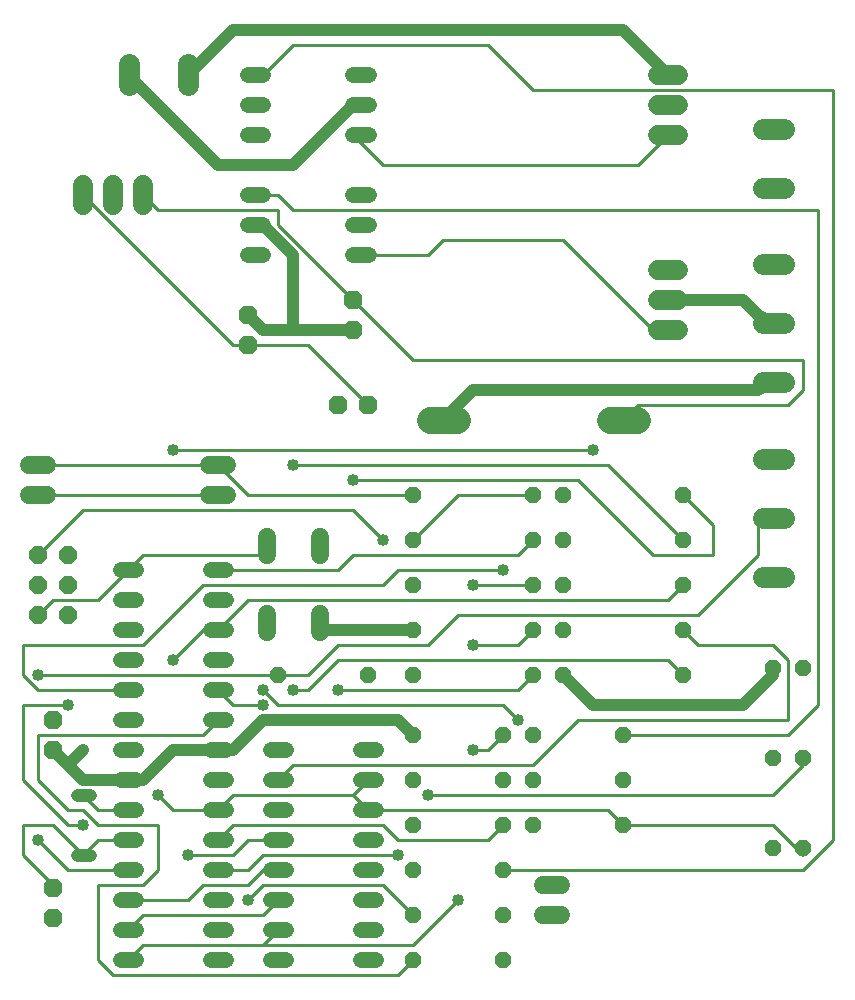
<source format=gbl>
G75*
%MOIN*%
%OFA0B0*%
%FSLAX24Y24*%
%IPPOS*%
%LPD*%
%AMOC8*
5,1,8,0,0,1.08239X$1,22.5*
%
%ADD10OC8,0.0520*%
%ADD11C,0.0440*%
%ADD12OC8,0.0630*%
%ADD13C,0.0660*%
%ADD14C,0.0520*%
%ADD15C,0.0705*%
%ADD16C,0.0600*%
%ADD17OC8,0.0600*%
%ADD18C,0.0885*%
%ADD19C,0.0100*%
%ADD20C,0.0400*%
%ADD21C,0.0394*%
D10*
X009100Y011100D03*
X012100Y011100D03*
X013600Y011100D03*
X013600Y012600D03*
X013600Y014100D03*
X013600Y015600D03*
X013600Y017100D03*
X017600Y017100D03*
X018600Y017100D03*
X018600Y015600D03*
X017600Y015600D03*
X017600Y014100D03*
X018600Y014100D03*
X018600Y012600D03*
X017600Y012600D03*
X017600Y011100D03*
X018600Y011100D03*
X017600Y009100D03*
X016600Y009100D03*
X016600Y007600D03*
X017600Y007600D03*
X017600Y006100D03*
X016600Y006100D03*
X016600Y004600D03*
X016600Y003100D03*
X016600Y001600D03*
X013600Y001600D03*
X013600Y003100D03*
X013600Y004600D03*
X013600Y006100D03*
X013600Y007600D03*
X013600Y009100D03*
X020600Y009100D03*
X020600Y007600D03*
X020600Y006100D03*
X022600Y011100D03*
X022600Y012600D03*
X022600Y014100D03*
X022600Y015600D03*
X022600Y017100D03*
X025600Y011313D03*
X026600Y011313D03*
X026600Y008313D03*
X025600Y008313D03*
X025600Y005313D03*
X026600Y005313D03*
D11*
X002820Y005100D02*
X002380Y005100D01*
X002380Y007100D02*
X002820Y007100D01*
D12*
X001600Y002994D03*
X001600Y003994D03*
X001600Y008600D03*
X001600Y009600D03*
X011100Y020100D03*
X012100Y020100D03*
X011600Y022600D03*
X011600Y023600D03*
X008100Y023100D03*
X008100Y022100D03*
D13*
X004600Y026770D02*
X004600Y027430D01*
X003600Y027430D02*
X003600Y026770D01*
X002600Y026770D02*
X002600Y027430D01*
X021770Y029100D02*
X022430Y029100D01*
X022430Y030100D02*
X021770Y030100D01*
X021770Y031100D02*
X022430Y031100D01*
X022430Y024600D02*
X021770Y024600D01*
X021770Y023600D02*
X022430Y023600D01*
X022430Y022600D02*
X021770Y022600D01*
D14*
X012120Y025100D02*
X011600Y025100D01*
X011600Y026100D02*
X012120Y026100D01*
X012120Y027100D02*
X011600Y027100D01*
X011600Y029100D02*
X012120Y029100D01*
X012120Y030100D02*
X011600Y030100D01*
X011600Y031100D02*
X012120Y031100D01*
X008600Y031100D02*
X008080Y031100D01*
X008080Y030100D02*
X008600Y030100D01*
X008600Y029100D02*
X008080Y029100D01*
X008080Y027100D02*
X008600Y027100D01*
X008600Y026100D02*
X008080Y026100D01*
X008080Y025100D02*
X008600Y025100D01*
X007360Y014600D02*
X006840Y014600D01*
X006840Y013600D02*
X007360Y013600D01*
X007360Y012600D02*
X006840Y012600D01*
X006840Y011600D02*
X007360Y011600D01*
X007360Y010600D02*
X006840Y010600D01*
X006840Y009600D02*
X007360Y009600D01*
X007360Y008600D02*
X006840Y008600D01*
X006840Y007600D02*
X007360Y007600D01*
X007360Y006600D02*
X006840Y006600D01*
X006840Y005600D02*
X007360Y005600D01*
X007360Y004600D02*
X006840Y004600D01*
X006840Y003600D02*
X007360Y003600D01*
X007360Y002600D02*
X006840Y002600D01*
X006840Y001600D02*
X007360Y001600D01*
X008840Y001600D02*
X009360Y001600D01*
X009360Y002600D02*
X008840Y002600D01*
X008840Y003600D02*
X009360Y003600D01*
X009360Y004600D02*
X008840Y004600D01*
X008840Y005600D02*
X009360Y005600D01*
X009360Y006600D02*
X008840Y006600D01*
X008840Y007600D02*
X009360Y007600D01*
X009360Y008600D02*
X008840Y008600D01*
X011840Y008600D02*
X012360Y008600D01*
X012360Y007600D02*
X011840Y007600D01*
X011840Y006600D02*
X012360Y006600D01*
X012360Y005600D02*
X011840Y005600D01*
X011840Y004600D02*
X012360Y004600D01*
X012360Y003600D02*
X011840Y003600D01*
X011840Y002600D02*
X012360Y002600D01*
X012360Y001600D02*
X011840Y001600D01*
X004360Y001600D02*
X003840Y001600D01*
X003840Y002600D02*
X004360Y002600D01*
X004360Y003600D02*
X003840Y003600D01*
X003840Y004600D02*
X004360Y004600D01*
X004360Y005600D02*
X003840Y005600D01*
X003840Y006600D02*
X004360Y006600D01*
X004360Y007600D02*
X003840Y007600D01*
X003840Y008600D02*
X004360Y008600D01*
X004360Y009600D02*
X003840Y009600D01*
X003840Y010600D02*
X004360Y010600D01*
X004360Y011600D02*
X003840Y011600D01*
X003840Y012600D02*
X004360Y012600D01*
X004360Y013600D02*
X003840Y013600D01*
X003840Y014600D02*
X004360Y014600D01*
D15*
X004116Y030748D02*
X004116Y031453D01*
X006084Y031453D02*
X006084Y030748D01*
X025248Y029297D02*
X025953Y029297D01*
X025953Y027328D02*
X025248Y027328D01*
X025240Y024781D02*
X025945Y024781D01*
X025945Y022813D02*
X025240Y022813D01*
X025240Y020844D02*
X025945Y020844D01*
X025945Y018281D02*
X025240Y018281D01*
X025240Y016313D02*
X025945Y016313D01*
X025945Y014344D02*
X025240Y014344D01*
D16*
X018506Y004100D02*
X017906Y004100D01*
X017906Y003100D02*
X018506Y003100D01*
X010490Y012520D02*
X010490Y013120D01*
X010490Y015080D02*
X010490Y015680D01*
X008710Y015680D02*
X008710Y015080D01*
X008710Y013120D02*
X008710Y012520D01*
X007400Y017100D02*
X006800Y017100D01*
X006800Y018100D02*
X007400Y018100D01*
X001400Y018100D02*
X000800Y018100D01*
X000800Y017100D02*
X001400Y017100D01*
D17*
X001100Y015100D03*
X001100Y014100D03*
X001100Y013100D03*
X002100Y013100D03*
X002100Y014100D03*
X002100Y015100D03*
D18*
X014158Y019600D02*
X015043Y019600D01*
X020158Y019600D02*
X021043Y019600D01*
D19*
X020600Y019600D02*
X021100Y020100D01*
X026100Y020100D01*
X026600Y020600D01*
X026600Y021600D01*
X013600Y021600D01*
X011600Y023600D01*
X009100Y026100D01*
X009100Y026600D01*
X005100Y026600D01*
X004600Y027100D01*
X002600Y027100D02*
X007600Y022100D01*
X008100Y022100D01*
X010100Y022100D01*
X012100Y020100D01*
X011600Y017600D02*
X019100Y017600D01*
X021600Y015100D01*
X023600Y015100D01*
X023600Y016100D01*
X022600Y017100D01*
X022600Y015600D02*
X020100Y018100D01*
X009600Y018100D01*
X008100Y017100D02*
X007100Y018100D01*
X001100Y018100D01*
X001100Y017100D02*
X007100Y017100D01*
X008100Y017100D02*
X013600Y017100D01*
X015100Y017100D02*
X013600Y015600D01*
X013100Y014600D02*
X016600Y014600D01*
X017100Y015100D02*
X011600Y015100D01*
X011100Y014600D01*
X007100Y014600D01*
X006600Y014100D02*
X012600Y014100D01*
X013100Y014600D01*
X012600Y015600D02*
X011600Y016600D01*
X002600Y016600D01*
X001100Y015100D01*
X001600Y013600D02*
X003100Y013600D01*
X004100Y014600D01*
X004600Y015100D01*
X008600Y015100D01*
X008710Y015380D01*
X008100Y013600D02*
X007100Y012600D01*
X006600Y012600D01*
X005600Y011600D01*
X004600Y012100D02*
X006600Y014100D01*
X008100Y013600D02*
X022100Y013600D01*
X022600Y014100D01*
X023100Y013100D02*
X015100Y013100D01*
X014100Y012100D01*
X011100Y012100D01*
X010100Y011100D01*
X009100Y011100D01*
X001100Y011100D01*
X000600Y011100D02*
X000600Y012100D01*
X004600Y012100D01*
X004100Y010600D02*
X001100Y010600D01*
X000600Y011100D01*
X000600Y010100D02*
X002100Y010100D01*
X001100Y009100D02*
X006600Y009100D01*
X007100Y009600D01*
X007600Y010100D02*
X008600Y010100D01*
X008600Y010600D02*
X009100Y010100D01*
X016600Y010100D01*
X017100Y009600D01*
X016600Y009100D02*
X016100Y008600D01*
X015600Y008600D01*
X014100Y007100D02*
X025600Y007100D01*
X026600Y008100D01*
X026600Y008313D01*
X026100Y009100D02*
X027100Y010100D01*
X027100Y026600D01*
X009600Y026600D01*
X009100Y027100D01*
X008600Y027100D01*
X011600Y025100D02*
X014100Y025100D01*
X014600Y025600D01*
X018600Y025600D01*
X021600Y022600D01*
X022100Y022600D01*
X019600Y018600D02*
X005600Y018600D01*
X001600Y013600D02*
X001100Y013100D01*
X000600Y010100D02*
X000600Y007600D01*
X002100Y006100D01*
X002600Y006100D01*
X002600Y006600D02*
X002100Y006600D01*
X001100Y007600D01*
X001100Y009100D01*
X002600Y007100D02*
X003100Y006600D01*
X004100Y006600D01*
X004100Y005600D02*
X003100Y005600D01*
X002600Y005100D01*
X001600Y006100D01*
X000600Y006100D01*
X000600Y005100D01*
X001600Y004100D01*
X001600Y003994D01*
X002100Y004600D02*
X001100Y005600D01*
X002100Y004600D02*
X004100Y004600D01*
X004600Y004100D02*
X005100Y004600D01*
X005100Y006100D01*
X003100Y006100D01*
X002600Y006600D01*
X003100Y004100D02*
X004600Y004100D01*
X004100Y003600D02*
X006100Y003600D01*
X006600Y004100D01*
X008100Y004100D01*
X008600Y004600D01*
X009100Y004600D01*
X008600Y005100D02*
X013100Y005100D01*
X013100Y005600D02*
X016100Y005600D01*
X016600Y006100D01*
X016600Y004600D02*
X026600Y004600D01*
X027600Y005600D01*
X027600Y030600D01*
X017600Y030600D01*
X016100Y032100D01*
X009600Y032100D01*
X008600Y031100D01*
X011600Y029100D02*
X012600Y028100D01*
X021100Y028100D01*
X022100Y029100D01*
X017600Y017100D02*
X015100Y017100D01*
X017100Y015100D02*
X017600Y015600D01*
X017600Y014100D02*
X015600Y014100D01*
X015600Y012100D02*
X017100Y012100D01*
X017600Y012600D01*
X017600Y011100D02*
X017100Y010600D01*
X011100Y010600D01*
X010100Y010600D02*
X011100Y011600D01*
X022100Y011600D01*
X022600Y011100D01*
X023100Y012100D02*
X025600Y012100D01*
X026100Y011600D01*
X026100Y009600D01*
X019100Y009600D01*
X017600Y008100D01*
X009600Y008100D01*
X009100Y007600D01*
X007600Y007100D02*
X011600Y007100D01*
X012100Y006600D01*
X020100Y006600D01*
X020600Y006100D01*
X025600Y006100D01*
X026600Y005100D01*
X026600Y005313D01*
X026100Y009100D02*
X020600Y009100D01*
X023100Y012100D02*
X022600Y012600D01*
X023100Y013100D02*
X025100Y015100D01*
X025100Y016100D01*
X025592Y016313D01*
X015100Y003600D02*
X013600Y002100D01*
X008600Y002100D01*
X009100Y002600D01*
X008600Y003100D02*
X009100Y003600D01*
X008600Y004100D02*
X012600Y004100D01*
X013600Y003100D01*
X013600Y001600D02*
X013100Y001100D01*
X003600Y001100D01*
X003100Y001600D01*
X003100Y004100D01*
X004600Y003100D02*
X004100Y002600D01*
X004600Y003100D02*
X008600Y003100D01*
X008100Y003600D02*
X008600Y004100D01*
X008100Y004600D02*
X008600Y005100D01*
X008100Y004600D02*
X007100Y004600D01*
X007600Y005100D02*
X006100Y005100D01*
X007100Y005600D02*
X007600Y006100D01*
X012600Y006100D01*
X013100Y005600D01*
X011600Y007100D02*
X012100Y007600D01*
X010100Y010600D02*
X009600Y010600D01*
X007600Y010100D02*
X007100Y010600D01*
X007600Y007100D02*
X007100Y006600D01*
X005600Y006600D01*
X005100Y007100D01*
X007600Y005100D02*
X008100Y005600D01*
X009100Y005600D01*
X008600Y002100D02*
X004600Y002100D01*
X004100Y001600D01*
D20*
X006100Y005100D03*
X005100Y007100D03*
X002600Y006100D03*
X001100Y005600D03*
X002600Y008600D03*
X002100Y010100D03*
X001100Y011100D03*
X005600Y011600D03*
X008600Y010600D03*
X008600Y010100D03*
X009600Y010600D03*
X011100Y010600D03*
X014100Y007100D03*
X015600Y008600D03*
X017100Y009600D03*
X015600Y012100D03*
X015600Y014100D03*
X016600Y014600D03*
X019600Y018600D03*
X012600Y015600D03*
X011600Y017600D03*
X009600Y018100D03*
X005600Y018600D03*
X013100Y005100D03*
X015100Y003600D03*
X008100Y003600D03*
D21*
X004600Y007600D02*
X004100Y007600D01*
X002600Y007600D01*
X002100Y008100D01*
X002600Y008600D01*
X002100Y008100D02*
X001600Y008600D01*
X004600Y007600D02*
X005600Y008600D01*
X007100Y008600D01*
X007600Y008600D01*
X008600Y009600D01*
X013100Y009600D01*
X013600Y009100D01*
X013600Y012600D02*
X010600Y012600D01*
X010490Y012820D01*
X014600Y019600D02*
X015600Y020600D01*
X025100Y020600D01*
X025592Y020844D01*
X025592Y022813D02*
X025100Y023100D01*
X024600Y023600D01*
X022100Y023600D01*
X022100Y031100D02*
X020600Y032600D01*
X007600Y032600D01*
X006100Y031100D01*
X006084Y031100D01*
X004116Y031100D02*
X004100Y031100D01*
X007100Y028100D01*
X009600Y028100D01*
X011600Y030100D01*
X008600Y026100D02*
X009600Y025100D01*
X009600Y022600D01*
X008600Y022600D01*
X008100Y023100D01*
X009600Y022600D02*
X011600Y022600D01*
X018600Y011100D02*
X019600Y010100D01*
X024600Y010100D01*
X025600Y011100D01*
X025600Y011313D01*
M02*

</source>
